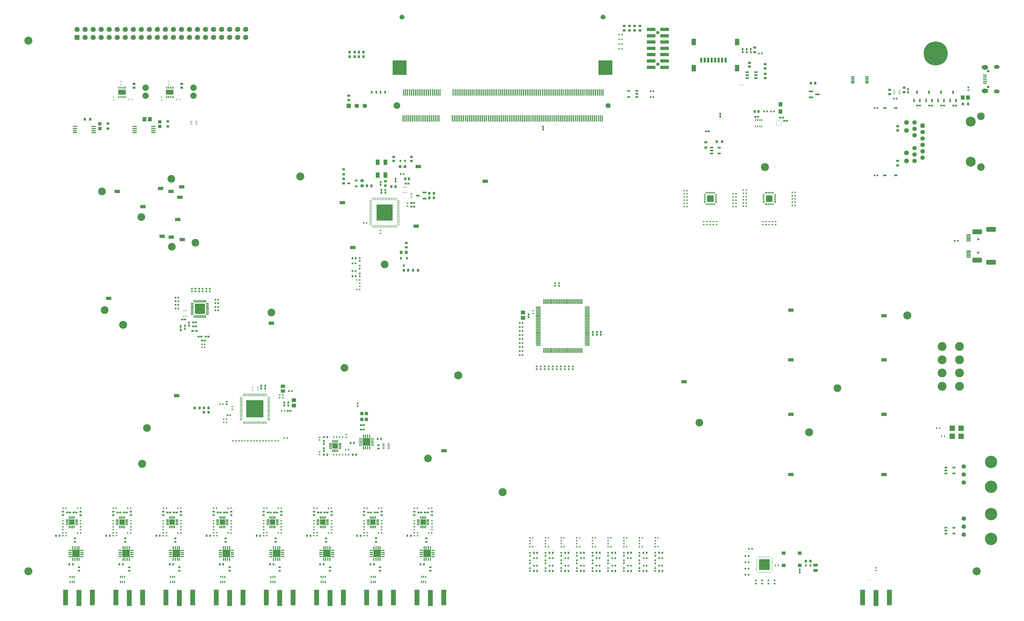
<source format=gbr>
%TF.GenerationSoftware,Altium Limited,Altium Designer,22.6.1 (34)*%
G04 Layer_Color=255*
%FSLAX26Y26*%
%MOIN*%
%TF.SameCoordinates,08F94D22-2ED8-4738-ABBF-34BB79D8E07D*%
%TF.FilePolarity,Positive*%
%TF.FileFunction,Pads,Top*%
%TF.Part,Single*%
G01*
G75*
%TA.AperFunction,SMDPad,CuDef*%
%ADD13R,0.128000X0.128000*%
%ADD14R,0.012000X0.032000*%
%ADD15R,0.032000X0.012000*%
%ADD16R,0.020000X0.022000*%
%ADD17R,0.014000X0.079000*%
%ADD18R,0.070866X0.039370*%
%ADD19R,0.035433X0.027559*%
%ADD20R,0.017716X0.021654*%
%ADD21R,0.025984X0.024409*%
%ADD22R,0.009842X0.010827*%
%ADD23R,0.010827X0.009842*%
%ADD24R,0.045276X0.057087*%
%ADD25R,0.013780X0.019685*%
%ADD26R,0.023228X0.024409*%
%ADD27R,0.029528X0.035433*%
%ADD28R,0.019685X0.019685*%
%ADD29R,0.021654X0.017716*%
%ADD30R,0.022835X0.025984*%
%ADD31R,0.047244X0.039370*%
%ADD32R,0.022000X0.020000*%
%ADD33R,0.132000X0.132000*%
%ADD34R,0.010000X0.016000*%
%ADD35R,0.016000X0.010000*%
%ADD36R,0.024409X0.025984*%
%ADD37R,0.027559X0.035433*%
%ADD38R,0.023622X0.031496*%
%ADD39R,0.054724X0.035827*%
%ADD40R,0.020472X0.020472*%
%ADD41R,0.055118X0.045276*%
%ADD42R,0.018601X0.010727*%
%ADD43R,0.052000X0.023000*%
%ADD44R,0.049213X0.068898*%
%ADD45R,0.037402X0.031496*%
%ADD46O,0.053150X0.011811*%
%ADD47R,0.094488X0.094488*%
%ADD48R,0.020472X0.028346*%
%ADD49R,0.011811X0.027559*%
G04:AMPARAMS|DCode=50|XSize=21.654mil|YSize=31.496mil|CornerRadius=1.949mil|HoleSize=0mil|Usage=FLASHONLY|Rotation=90.000|XOffset=0mil|YOffset=0mil|HoleType=Round|Shape=RoundedRectangle|*
%AMROUNDEDRECTD50*
21,1,0.021654,0.027599,0,0,90.0*
21,1,0.017756,0.031496,0,0,90.0*
1,1,0.003898,0.013799,0.008878*
1,1,0.003898,0.013799,-0.008878*
1,1,0.003898,-0.013799,-0.008878*
1,1,0.003898,-0.013799,0.008878*
%
%ADD50ROUNDEDRECTD50*%
G04:AMPARAMS|DCode=51|XSize=7.874mil|YSize=17.716mil|CornerRadius=1.968mil|HoleSize=0mil|Usage=FLASHONLY|Rotation=0.000|XOffset=0mil|YOffset=0mil|HoleType=Round|Shape=RoundedRectangle|*
%AMROUNDEDRECTD51*
21,1,0.007874,0.013780,0,0,0.0*
21,1,0.003937,0.017716,0,0,0.0*
1,1,0.003937,0.001968,-0.006890*
1,1,0.003937,-0.001968,-0.006890*
1,1,0.003937,-0.001968,0.006890*
1,1,0.003937,0.001968,0.006890*
%
%ADD51ROUNDEDRECTD51*%
%ADD52R,0.023622X0.021654*%
%TA.AperFunction,SMDPad,SMDef*%
%ADD53R,0.065000X0.065000*%
%TA.AperFunction,SMDPad,CuDef*%
%ADD54R,0.039559X0.015354*%
%ADD55R,0.015354X0.039559*%
%TA.AperFunction,ConnectorPad*%
%ADD56R,0.059055X0.204724*%
%ADD57R,0.062992X0.192913*%
%TA.AperFunction,SMDPad,CuDef*%
%ADD58R,0.028346X0.020472*%
%ADD59R,0.082677X0.082677*%
%ADD60R,0.019685X0.013780*%
%ADD61R,0.216535X0.216535*%
%ADD62O,0.035433X0.007874*%
%ADD63O,0.007874X0.035433*%
%ADD64R,0.059055X0.011811*%
%ADD65R,0.011811X0.059055*%
%ADD66R,0.021654X0.023622*%
%ADD67R,0.023622X0.041339*%
%ADD68R,0.035433X0.029528*%
%ADD69R,0.204724X0.204724*%
%ADD70O,0.035433X0.009842*%
%ADD71O,0.009842X0.035433*%
%ADD72R,0.049213X0.023622*%
%ADD73R,0.026000X0.009000*%
%ADD74R,0.092520X0.062205*%
%ADD75R,0.013780X0.027559*%
%ADD76R,0.031496X0.037402*%
%ADD77R,0.010727X0.018601*%
%ADD78R,0.051181X0.017716*%
%ADD79R,0.055118X0.011811*%
%ADD80R,0.043307X0.023622*%
%ADD81R,0.094488X0.094488*%
%TA.AperFunction,SMDPad,SMDef*%
%ADD82R,0.065000X0.065000*%
%TA.AperFunction,SMDPad,CuDef*%
%ADD83R,0.024409X0.023228*%
%ADD84R,0.027559X0.011811*%
%ADD85R,0.043307X0.039370*%
%ADD86R,0.021654X0.037402*%
%ADD87R,0.038500X0.022000*%
%ADD88R,0.010630X0.009842*%
%ADD89R,0.177000X0.181000*%
%ADD90R,0.023622X0.023622*%
%ADD91R,0.023622X0.025591*%
%ADD92R,0.108268X0.039370*%
%ADD93R,0.031496X0.059055*%
%ADD94R,0.057087X0.078740*%
%ADD95R,0.009842X0.019685*%
%ADD96R,0.009842X0.005906*%
%ADD97R,0.039370X0.041339*%
%ADD98R,0.055118X0.017716*%
%ADD99R,0.045276X0.055118*%
%ADD100R,0.043748X0.023654*%
%ADD101R,0.053394X0.041521*%
G04:AMPARAMS|DCode=102|XSize=7.874mil|YSize=17.716mil|CornerRadius=1.968mil|HoleSize=0mil|Usage=FLASHONLY|Rotation=90.000|XOffset=0mil|YOffset=0mil|HoleType=Round|Shape=RoundedRectangle|*
%AMROUNDEDRECTD102*
21,1,0.007874,0.013780,0,0,90.0*
21,1,0.003937,0.017716,0,0,90.0*
1,1,0.003937,0.006890,0.001968*
1,1,0.003937,0.006890,-0.001968*
1,1,0.003937,-0.006890,-0.001968*
1,1,0.003937,-0.006890,0.001968*
%
%ADD102ROUNDEDRECTD102*%
%ADD103R,0.029528X0.037008*%
%ADD104R,0.039370X0.035433*%
%ADD105R,0.035433X0.039370*%
%ADD106R,0.037402X0.023622*%
%ADD107R,0.023622X0.037402*%
%ADD108R,0.033465X0.035433*%
%ADD109R,0.037402X0.021654*%
%ADD110R,0.021654X0.037402*%
%TA.AperFunction,ComponentPad*%
%ADD142R,0.067913X0.067913*%
%ADD143C,0.020000*%
%ADD144C,0.096457*%
%ADD145C,0.078740*%
%ADD146R,0.054685X0.054685*%
%ADD147C,0.054685*%
%ADD148C,0.031496*%
G04:AMPARAMS|DCode=149|XSize=57.087mil|YSize=78.74mil|CornerRadius=28.543mil|HoleSize=0mil|Usage=FLASHONLY|Rotation=90.000|XOffset=0mil|YOffset=0mil|HoleType=Round|Shape=RoundedRectangle|*
%AMROUNDEDRECTD149*
21,1,0.057087,0.021654,0,0,90.0*
21,1,0.000000,0.078740,0,0,90.0*
1,1,0.057087,0.010827,0.000000*
1,1,0.057087,0.010827,0.000000*
1,1,0.057087,-0.010827,0.000000*
1,1,0.057087,-0.010827,0.000000*
%
%ADD149ROUNDEDRECTD149*%
G04:AMPARAMS|DCode=150|XSize=45.276mil|YSize=70.866mil|CornerRadius=22.638mil|HoleSize=0mil|Usage=FLASHONLY|Rotation=90.000|XOffset=0mil|YOffset=0mil|HoleType=Round|Shape=RoundedRectangle|*
%AMROUNDEDRECTD150*
21,1,0.045276,0.025590,0,0,90.0*
21,1,0.000000,0.070866,0,0,90.0*
1,1,0.045276,0.012795,0.000000*
1,1,0.045276,0.012795,0.000000*
1,1,0.045276,-0.012795,0.000000*
1,1,0.045276,-0.012795,0.000000*
%
%ADD150ROUNDEDRECTD150*%
%ADD151C,0.055000*%
%ADD152C,0.154000*%
%ADD153C,0.064961*%
%ADD154R,0.064961X0.064961*%
%ADD155C,0.060000*%
G04:AMPARAMS|DCode=156|XSize=62.992mil|YSize=120.079mil|CornerRadius=15.748mil|HoleSize=0mil|Usage=FLASHONLY|Rotation=90.000|XOffset=0mil|YOffset=0mil|HoleType=Round|Shape=RoundedRectangle|*
%AMROUNDEDRECTD156*
21,1,0.062992,0.088583,0,0,90.0*
21,1,0.031496,0.120079,0,0,90.0*
1,1,0.031496,0.044291,0.015748*
1,1,0.031496,0.044291,-0.015748*
1,1,0.031496,-0.044291,-0.015748*
1,1,0.031496,-0.044291,0.015748*
%
%ADD156ROUNDEDRECTD156*%
%ADD157C,0.028543*%
%ADD158C,0.083000*%
%ADD159C,0.063000*%
%ADD160C,0.100000*%
%ADD161C,0.300000*%
%ADD162C,0.110000*%
%ADD163C,0.042520*%
%ADD164C,0.124016*%
%ADD165C,0.094488*%
%ADD166C,0.059843*%
%ADD167C,0.055118*%
G04:AMPARAMS|DCode=168|XSize=55.118mil|YSize=55.118mil|CornerRadius=13.78mil|HoleSize=0mil|Usage=FLASHONLY|Rotation=270.000|XOffset=0mil|YOffset=0mil|HoleType=Round|Shape=RoundedRectangle|*
%AMROUNDEDRECTD168*
21,1,0.055118,0.027559,0,0,270.0*
21,1,0.027559,0.055118,0,0,270.0*
1,1,0.027559,-0.013780,-0.013780*
1,1,0.027559,-0.013780,0.013780*
1,1,0.027559,0.013780,0.013780*
1,1,0.027559,0.013780,-0.013780*
%
%ADD168ROUNDEDRECTD168*%
D13*
X2480000Y3715000D02*
D03*
D14*
X2548898Y3620500D02*
D03*
X2529213D02*
D03*
X2509528D02*
D03*
X2489843D02*
D03*
X2470157D02*
D03*
X2450472D02*
D03*
X2430787D02*
D03*
X2411102D02*
D03*
Y3809500D02*
D03*
X2430787D02*
D03*
X2450472D02*
D03*
X2470157D02*
D03*
X2489843D02*
D03*
X2509528D02*
D03*
X2529213D02*
D03*
X2548898D02*
D03*
X4664528Y997000D02*
D03*
X4644842D02*
D03*
X4625158D02*
D03*
X4605472D02*
D03*
Y1113000D02*
D03*
X4625158D02*
D03*
X4644842D02*
D03*
X4664528D02*
D03*
X5289528Y997000D02*
D03*
X5269842D02*
D03*
X5250158D02*
D03*
X5230472D02*
D03*
Y1113000D02*
D03*
X5250158D02*
D03*
X5269842D02*
D03*
X5289528D02*
D03*
X3414528Y997000D02*
D03*
X3394843D02*
D03*
X3375157D02*
D03*
X3355472D02*
D03*
Y1113000D02*
D03*
X3375157D02*
D03*
X3394843D02*
D03*
X3414528D02*
D03*
X914528Y997000D02*
D03*
X894842D02*
D03*
X875158D02*
D03*
X855472D02*
D03*
Y1113000D02*
D03*
X875158D02*
D03*
X894842D02*
D03*
X914528D02*
D03*
X4194528Y1947000D02*
D03*
X4174842D02*
D03*
X4155158D02*
D03*
X4135472D02*
D03*
Y2063000D02*
D03*
X4155158D02*
D03*
X4174842D02*
D03*
X4194528D02*
D03*
X4039528Y1113000D02*
D03*
X4019843D02*
D03*
X4000157D02*
D03*
X3980472D02*
D03*
Y997000D02*
D03*
X4000157D02*
D03*
X4019843D02*
D03*
X4039528D02*
D03*
X2789528Y1113000D02*
D03*
X2769843D02*
D03*
X2750157D02*
D03*
X2730472D02*
D03*
Y997000D02*
D03*
X2750157D02*
D03*
X2769843D02*
D03*
X2789528D02*
D03*
X2164528Y1113000D02*
D03*
X2144843D02*
D03*
X2125157D02*
D03*
X2105472D02*
D03*
Y997000D02*
D03*
X2125157D02*
D03*
X2144843D02*
D03*
X2164528D02*
D03*
X1539528Y1113000D02*
D03*
X1519842D02*
D03*
X1500158D02*
D03*
X1480472D02*
D03*
Y997000D02*
D03*
X1500158D02*
D03*
X1519842D02*
D03*
X1539528D02*
D03*
D15*
X2385500Y3646102D02*
D03*
Y3665787D02*
D03*
Y3685472D02*
D03*
Y3705157D02*
D03*
Y3724843D02*
D03*
Y3744528D02*
D03*
Y3764213D02*
D03*
Y3783898D02*
D03*
X2574500D02*
D03*
Y3764213D02*
D03*
Y3744528D02*
D03*
Y3724843D02*
D03*
Y3705157D02*
D03*
Y3685472D02*
D03*
Y3665787D02*
D03*
Y3646102D02*
D03*
X4577000Y1025472D02*
D03*
Y1045158D02*
D03*
Y1064842D02*
D03*
Y1084528D02*
D03*
X4693000D02*
D03*
Y1064842D02*
D03*
Y1045158D02*
D03*
Y1025472D02*
D03*
X5202000D02*
D03*
Y1045158D02*
D03*
Y1064842D02*
D03*
Y1084528D02*
D03*
X5318000D02*
D03*
Y1064842D02*
D03*
Y1045158D02*
D03*
Y1025472D02*
D03*
X3327000D02*
D03*
Y1045158D02*
D03*
Y1064842D02*
D03*
Y1084528D02*
D03*
X3443000D02*
D03*
Y1064842D02*
D03*
Y1045158D02*
D03*
Y1025472D02*
D03*
X827000D02*
D03*
Y1045158D02*
D03*
Y1064842D02*
D03*
Y1084528D02*
D03*
X943000D02*
D03*
Y1064842D02*
D03*
Y1045158D02*
D03*
Y1025472D02*
D03*
X4223000Y2034528D02*
D03*
Y2014842D02*
D03*
Y1995158D02*
D03*
Y1975472D02*
D03*
X4107000D02*
D03*
Y1995158D02*
D03*
Y2014842D02*
D03*
Y2034528D02*
D03*
X4068000Y1025472D02*
D03*
Y1045158D02*
D03*
Y1064842D02*
D03*
Y1084528D02*
D03*
X3952000D02*
D03*
Y1064842D02*
D03*
Y1045158D02*
D03*
Y1025472D02*
D03*
X2818000D02*
D03*
Y1045158D02*
D03*
Y1064842D02*
D03*
Y1084528D02*
D03*
X2702000D02*
D03*
Y1064842D02*
D03*
Y1045158D02*
D03*
Y1025472D02*
D03*
X2193000D02*
D03*
Y1045158D02*
D03*
Y1064842D02*
D03*
Y1084528D02*
D03*
X2077000D02*
D03*
Y1064842D02*
D03*
Y1045158D02*
D03*
Y1025472D02*
D03*
X1568000D02*
D03*
Y1045158D02*
D03*
Y1064842D02*
D03*
Y1084528D02*
D03*
X1452000D02*
D03*
Y1064842D02*
D03*
Y1045158D02*
D03*
Y1025472D02*
D03*
D16*
X9317402Y724016D02*
D03*
X9357402D02*
D03*
X9314961Y398858D02*
D03*
X9274961D02*
D03*
Y555814D02*
D03*
X9314961D02*
D03*
Y634291D02*
D03*
X9274961D02*
D03*
Y477336D02*
D03*
X9314961D02*
D03*
D17*
X6190853Y6088500D02*
D03*
X5009843D02*
D03*
X5021654Y6411500D02*
D03*
X5033463Y6088500D02*
D03*
X5045274Y6411500D02*
D03*
X5057083Y6088500D02*
D03*
X5068894Y6411500D02*
D03*
X5080703Y6088500D02*
D03*
X5092514Y6411500D02*
D03*
X5104323Y6088500D02*
D03*
X5116134Y6411500D02*
D03*
X5127943Y6088500D02*
D03*
X5139754Y6411500D02*
D03*
X5151563Y6088500D02*
D03*
X5163374Y6411500D02*
D03*
X5175183Y6088500D02*
D03*
X5186994Y6411500D02*
D03*
X5198803Y6088500D02*
D03*
X5210614Y6411500D02*
D03*
X5222423Y6088500D02*
D03*
X5234234Y6411500D02*
D03*
X5246043Y6088500D02*
D03*
X5257854Y6411500D02*
D03*
X5269663Y6088500D02*
D03*
X5281474Y6411500D02*
D03*
X5293283Y6088500D02*
D03*
X5305094Y6411500D02*
D03*
X5316903Y6088500D02*
D03*
X5328714Y6411500D02*
D03*
X5340523Y6088500D02*
D03*
X5352334Y6411500D02*
D03*
X5364143Y6088500D02*
D03*
X5375954Y6411500D02*
D03*
X5387763Y6088500D02*
D03*
X5399574Y6411500D02*
D03*
X5411383Y6088500D02*
D03*
X5423194Y6411500D02*
D03*
X5435003Y6088500D02*
D03*
X5446814Y6411500D02*
D03*
X5458623Y6088500D02*
D03*
X5470434Y6411500D02*
D03*
X5623973Y6088500D02*
D03*
X5635784Y6411500D02*
D03*
X5647593Y6088500D02*
D03*
X5659404Y6411500D02*
D03*
X5671213Y6088500D02*
D03*
X5683024Y6411500D02*
D03*
X5694833Y6088500D02*
D03*
X5706644Y6411500D02*
D03*
X5718453Y6088500D02*
D03*
X5730264Y6411500D02*
D03*
X5742073Y6088500D02*
D03*
X5753884Y6411500D02*
D03*
X5765693Y6088500D02*
D03*
X5777504Y6411500D02*
D03*
X5789313Y6088500D02*
D03*
X5801124Y6411500D02*
D03*
X5812933Y6088500D02*
D03*
X5824744Y6411500D02*
D03*
X5836553Y6088500D02*
D03*
X5848364Y6411500D02*
D03*
X5860173Y6088500D02*
D03*
X5871984Y6411500D02*
D03*
X5883793Y6088500D02*
D03*
X5895604Y6411500D02*
D03*
X5907413Y6088500D02*
D03*
X5919224Y6411500D02*
D03*
X5931033Y6088500D02*
D03*
X5942844Y6411500D02*
D03*
X5954653Y6088500D02*
D03*
X5966464Y6411500D02*
D03*
X5978273Y6088500D02*
D03*
X5990084Y6411500D02*
D03*
X6001893Y6088500D02*
D03*
X6013704Y6411500D02*
D03*
X6025513Y6088500D02*
D03*
X6037324Y6411500D02*
D03*
X6049133Y6088500D02*
D03*
X6060944Y6411500D02*
D03*
X6072753Y6088500D02*
D03*
X6084564Y6411500D02*
D03*
X6096373Y6088500D02*
D03*
X6108184Y6411500D02*
D03*
X6119993Y6088500D02*
D03*
X6131804Y6411500D02*
D03*
X6143613Y6088500D02*
D03*
X6155424Y6411500D02*
D03*
X6167233Y6088500D02*
D03*
X6179044Y6411500D02*
D03*
X6202664D02*
D03*
X6214473Y6088500D02*
D03*
X6226284Y6411500D02*
D03*
X6238093Y6088500D02*
D03*
X6249904Y6411500D02*
D03*
X6261713Y6088500D02*
D03*
X6273524Y6411500D02*
D03*
X6285333Y6088500D02*
D03*
X6297144Y6411500D02*
D03*
X6308953Y6088500D02*
D03*
X6320764Y6411500D02*
D03*
X6332573Y6088500D02*
D03*
X6344384Y6411500D02*
D03*
X6356193Y6088500D02*
D03*
X6368004Y6411500D02*
D03*
X6379813Y6088500D02*
D03*
X6391624Y6411500D02*
D03*
X6403433Y6088500D02*
D03*
X6415244Y6411500D02*
D03*
X6427053Y6088500D02*
D03*
X6438864Y6411500D02*
D03*
X6450673Y6088500D02*
D03*
X6462484Y6411500D02*
D03*
X6474293Y6088500D02*
D03*
X6486104Y6411500D02*
D03*
X6497913Y6088500D02*
D03*
X6509724Y6411500D02*
D03*
X6521533Y6088500D02*
D03*
X6533344Y6411500D02*
D03*
X6545153Y6088500D02*
D03*
X6556964Y6411500D02*
D03*
X6568773Y6088500D02*
D03*
X6580584Y6411500D02*
D03*
X6592393Y6088500D02*
D03*
X6604204Y6411500D02*
D03*
X6616013Y6088500D02*
D03*
X6627824Y6411500D02*
D03*
X6639633Y6088500D02*
D03*
X6651444Y6411500D02*
D03*
X6663253Y6088500D02*
D03*
X6675064Y6411500D02*
D03*
X6686873Y6088500D02*
D03*
X6698684Y6411500D02*
D03*
X6710493Y6088500D02*
D03*
X6722304Y6411500D02*
D03*
X6734113Y6088500D02*
D03*
X6745924Y6411500D02*
D03*
X6757733Y6088500D02*
D03*
X6769544Y6411500D02*
D03*
X6781353Y6088500D02*
D03*
X6793164Y6411500D02*
D03*
X6804973Y6088500D02*
D03*
X6816784Y6411500D02*
D03*
X6828593Y6088500D02*
D03*
X6840404Y6411500D02*
D03*
X6852213Y6088500D02*
D03*
X6864024Y6411500D02*
D03*
X6875833Y6088500D02*
D03*
X6887644Y6411500D02*
D03*
X6899453Y6088500D02*
D03*
X6911264Y6411500D02*
D03*
X6923073Y6088500D02*
D03*
X6934884Y6411500D02*
D03*
X6946693Y6088500D02*
D03*
X6958504Y6411500D02*
D03*
X6970313Y6088500D02*
D03*
X6982124Y6411500D02*
D03*
X6993933Y6088500D02*
D03*
X7005744Y6411500D02*
D03*
X7017553Y6088500D02*
D03*
X7029364Y6411500D02*
D03*
X7041173Y6088500D02*
D03*
X7052984Y6411500D02*
D03*
X7064793Y6088500D02*
D03*
X7076604Y6411500D02*
D03*
X7088413Y6088500D02*
D03*
X7100224Y6411500D02*
D03*
X7112033Y6088500D02*
D03*
X7123844Y6411500D02*
D03*
X7135653Y6088500D02*
D03*
X7147464Y6411500D02*
D03*
X7159273Y6088500D02*
D03*
X7171084Y6411500D02*
D03*
X7182893Y6088500D02*
D03*
X7194704Y6411500D02*
D03*
X7206513Y6088500D02*
D03*
X7218324Y6411500D02*
D03*
X7230133Y6088500D02*
D03*
X7241944Y6411500D02*
D03*
X7253753Y6088500D02*
D03*
X7265564Y6411500D02*
D03*
X7277373Y6088500D02*
D03*
X7289184Y6411500D02*
D03*
X7300993Y6088500D02*
D03*
X7312804Y6411500D02*
D03*
X7324613Y6088500D02*
D03*
X7336424Y6411500D02*
D03*
X7348233Y6088500D02*
D03*
X7360044Y6411500D02*
D03*
X7371853Y6088500D02*
D03*
X7383664Y6411500D02*
D03*
X7395473Y6088500D02*
D03*
X7407284Y6411500D02*
D03*
X7419093Y6088500D02*
D03*
X7430904Y6411500D02*
D03*
X7442713Y6088500D02*
D03*
X7454524Y6411500D02*
D03*
X7466333Y6088500D02*
D03*
X7478144Y6411500D02*
D03*
X7489953Y6088500D02*
D03*
X7501764Y6411500D02*
D03*
D18*
X5522047Y1947480D02*
D03*
X1991811Y5215000D02*
D03*
X11000000Y1650000D02*
D03*
X2230000Y5105000D02*
D03*
X2260000Y4580000D02*
D03*
X2255000Y5235000D02*
D03*
X1450000Y5180000D02*
D03*
X1770000Y4990000D02*
D03*
X2120000Y5180000D02*
D03*
X2205000Y4830945D02*
D03*
X2125000Y4610000D02*
D03*
X2010000Y4620000D02*
D03*
X5200000Y5490000D02*
D03*
X8510000Y2805000D02*
D03*
X6033858Y5306870D02*
D03*
X9840000Y3700000D02*
D03*
Y3080709D02*
D03*
X11000000D02*
D03*
X2189724Y2633858D02*
D03*
X4385000Y4480000D02*
D03*
X5175000Y4745000D02*
D03*
X4255000Y5040000D02*
D03*
X11000000Y3630000D02*
D03*
X3370000Y3535000D02*
D03*
X1345000Y3845000D02*
D03*
X9840000Y2400000D02*
D03*
X11000000D02*
D03*
X9840000Y1650000D02*
D03*
D19*
X4335000Y6319173D02*
D03*
Y6374291D02*
D03*
X11170000Y5559559D02*
D03*
Y5504441D02*
D03*
X9520000Y6592441D02*
D03*
Y6647559D02*
D03*
Y6712441D02*
D03*
Y6767559D02*
D03*
X7830000Y7187441D02*
D03*
Y7242559D02*
D03*
X7960000Y7187441D02*
D03*
Y7242559D02*
D03*
X7765000Y7187441D02*
D03*
Y7242559D02*
D03*
X7895000Y7187441D02*
D03*
Y7242559D02*
D03*
X9390000Y6917441D02*
D03*
Y6972559D02*
D03*
X11170000Y5994559D02*
D03*
Y5939441D02*
D03*
X11070000Y6392441D02*
D03*
Y6447559D02*
D03*
X11250000Y6472559D02*
D03*
Y6417441D02*
D03*
X5051496Y4482441D02*
D03*
Y4537559D02*
D03*
X4270000Y5280000D02*
D03*
Y5335118D02*
D03*
D20*
X9247283Y5195000D02*
D03*
X9282717D02*
D03*
X9247283Y4995000D02*
D03*
X9282717D02*
D03*
X8185432Y860473D02*
D03*
X8149999D02*
D03*
X8185432Y750473D02*
D03*
X8149999D02*
D03*
X7210433Y860473D02*
D03*
X7175000D02*
D03*
X7210433Y750473D02*
D03*
X7175000D02*
D03*
X7600433D02*
D03*
X7565000D02*
D03*
X7600433Y860473D02*
D03*
X7565000D02*
D03*
X7405433Y750473D02*
D03*
X7370000D02*
D03*
X7405433Y860473D02*
D03*
X7370000D02*
D03*
X6625433D02*
D03*
X6590000D02*
D03*
X6625433Y750473D02*
D03*
X6590000D02*
D03*
X6820433Y860473D02*
D03*
X6785000D02*
D03*
X6820433Y750473D02*
D03*
X6785000D02*
D03*
X7015433Y860473D02*
D03*
X6980000D02*
D03*
X7015433Y750473D02*
D03*
X6980000D02*
D03*
X7990433Y860473D02*
D03*
X7955000D02*
D03*
X7990433Y750473D02*
D03*
X7955000D02*
D03*
X7795432Y860473D02*
D03*
X7759999D02*
D03*
X7795432Y750473D02*
D03*
X7759999D02*
D03*
X9684291Y516575D02*
D03*
X9648858D02*
D03*
X3533465Y2442913D02*
D03*
X3498032D02*
D03*
X7702283Y7015000D02*
D03*
X7737717D02*
D03*
X11752717Y2125000D02*
D03*
X11717283D02*
D03*
X11657283Y2225000D02*
D03*
X11692717D02*
D03*
X957284Y920000D02*
D03*
X992717D02*
D03*
X4707283Y1230000D02*
D03*
X4742717D02*
D03*
X4742717Y920000D02*
D03*
X4707283D02*
D03*
X4562717Y1230000D02*
D03*
X4527283D02*
D03*
X5367717Y920000D02*
D03*
X5332283D02*
D03*
X5187717Y1230000D02*
D03*
X5152283D02*
D03*
X5332283D02*
D03*
X5367717D02*
D03*
X9857283Y5125000D02*
D03*
X9892717D02*
D03*
X9857283Y5165000D02*
D03*
X9892717D02*
D03*
X9857283Y5005000D02*
D03*
X9892717D02*
D03*
X9857283Y5045000D02*
D03*
X9892717D02*
D03*
X9857283Y5085000D02*
D03*
X9892717D02*
D03*
X9282717Y5035000D02*
D03*
X9247283D02*
D03*
X9282717Y5075000D02*
D03*
X9247283D02*
D03*
X9282717Y5115000D02*
D03*
X9247283D02*
D03*
X9282717Y5155000D02*
D03*
X9247283D02*
D03*
X9122283Y4990000D02*
D03*
X9157717D02*
D03*
X9122283Y5030000D02*
D03*
X9157717D02*
D03*
X9122283Y5070000D02*
D03*
X9157717D02*
D03*
X9122283Y5110000D02*
D03*
X9157717D02*
D03*
X9122283Y5150000D02*
D03*
X9157717D02*
D03*
X8547717Y4990000D02*
D03*
X8512283D02*
D03*
X8547717Y5030000D02*
D03*
X8512283D02*
D03*
X8547717Y5070000D02*
D03*
X8512283D02*
D03*
X8547717Y5110000D02*
D03*
X8512283D02*
D03*
X8547717Y5150000D02*
D03*
X8512283D02*
D03*
X8547717Y5190000D02*
D03*
X8512283D02*
D03*
X1582283Y1230000D02*
D03*
X1617716D02*
D03*
X812717D02*
D03*
X777284D02*
D03*
X957283D02*
D03*
X992716D02*
D03*
X3567224Y2105000D02*
D03*
X3531791D02*
D03*
X4469717Y3955000D02*
D03*
X4434283D02*
D03*
X4469717Y4075000D02*
D03*
X4434283D02*
D03*
X4147283Y1895000D02*
D03*
X4182717D02*
D03*
X4147283Y2115000D02*
D03*
X4182717D02*
D03*
X4222283D02*
D03*
X4257717D02*
D03*
X4222283Y1895000D02*
D03*
X4257717D02*
D03*
X4332717D02*
D03*
X4297283D02*
D03*
X4332717Y1960000D02*
D03*
X4297283D02*
D03*
X3902284Y1230000D02*
D03*
X3937717D02*
D03*
X4117717D02*
D03*
X4082283D02*
D03*
X4082284Y920000D02*
D03*
X4117717D02*
D03*
X3277284Y1230000D02*
D03*
X3312717D02*
D03*
X3492716D02*
D03*
X3457283D02*
D03*
X3457284Y920000D02*
D03*
X3492717D02*
D03*
X2652284Y1230000D02*
D03*
X2687717D02*
D03*
X2867716D02*
D03*
X2832283D02*
D03*
X2832284Y920000D02*
D03*
X2867717D02*
D03*
X2027284Y1230000D02*
D03*
X2062717D02*
D03*
X2242716D02*
D03*
X2207283D02*
D03*
X2207284Y920000D02*
D03*
X2242717D02*
D03*
X1402284Y1230000D02*
D03*
X1437717D02*
D03*
X1582284Y920000D02*
D03*
X1617717D02*
D03*
X7702283Y7135000D02*
D03*
X7737717D02*
D03*
X7702283Y6955000D02*
D03*
X7737717D02*
D03*
X7702283Y7075000D02*
D03*
X7737717D02*
D03*
X2732284Y2525000D02*
D03*
X2767717D02*
D03*
X2777284Y2340000D02*
D03*
X2812717D02*
D03*
X2777284Y2300000D02*
D03*
X2812717D02*
D03*
X3417284Y2070000D02*
D03*
X3452717D02*
D03*
X3342284D02*
D03*
X3377717D02*
D03*
X3267284D02*
D03*
X3302717D02*
D03*
X3192284D02*
D03*
X3227717D02*
D03*
X3117284D02*
D03*
X3152717D02*
D03*
X3042284D02*
D03*
X3077717D02*
D03*
X2967284D02*
D03*
X3002717D02*
D03*
X2892284D02*
D03*
X2927717D02*
D03*
X4522283Y4787047D02*
D03*
X4557717D02*
D03*
D21*
X9757480Y6060236D02*
D03*
X9792126D02*
D03*
X9707480Y6100709D02*
D03*
X9742126D02*
D03*
X9397480Y6110709D02*
D03*
X9432126D02*
D03*
X3573425Y2442913D02*
D03*
X3608071D02*
D03*
X2260236Y3584646D02*
D03*
X2294882D02*
D03*
X4657677Y1175000D02*
D03*
X4692323D02*
D03*
X4612323D02*
D03*
X4577677D02*
D03*
X5237323D02*
D03*
X5202677D02*
D03*
X5282677D02*
D03*
X5317323D02*
D03*
X862323D02*
D03*
X827677D02*
D03*
X907677D02*
D03*
X942323D02*
D03*
X11747323Y6250000D02*
D03*
X11712677D02*
D03*
X11897323D02*
D03*
X11862677D02*
D03*
X11597323D02*
D03*
X11562677D02*
D03*
X11447323D02*
D03*
X11412677D02*
D03*
X4487677Y2265000D02*
D03*
X4522323D02*
D03*
X4487677Y2210000D02*
D03*
X4522323D02*
D03*
X3952677Y1175000D02*
D03*
X3987323D02*
D03*
X4067323D02*
D03*
X4032677D02*
D03*
X3327677D02*
D03*
X3362323D02*
D03*
X3442323D02*
D03*
X3407677D02*
D03*
X2702677D02*
D03*
X2737323D02*
D03*
X2817323D02*
D03*
X2782677D02*
D03*
X2077677D02*
D03*
X2112323D02*
D03*
X2192323D02*
D03*
X2157677D02*
D03*
X1452677D02*
D03*
X1487323D02*
D03*
X1567323D02*
D03*
X1532677D02*
D03*
X8817323Y5930000D02*
D03*
X8782677D02*
D03*
X5077323Y5275000D02*
D03*
X5042677D02*
D03*
X5147323Y5035468D02*
D03*
X5112677D02*
D03*
X5147323Y4991378D02*
D03*
X5112677D02*
D03*
X2497323Y3370000D02*
D03*
X2462677D02*
D03*
X2552677D02*
D03*
X2587323D02*
D03*
X2507677Y3320000D02*
D03*
X2542323D02*
D03*
X2397677Y3545000D02*
D03*
X2432323D02*
D03*
X2397677Y3495000D02*
D03*
X2432323D02*
D03*
D22*
X9699650Y6000689D02*
D03*
X9679965D02*
D03*
Y6060728D02*
D03*
X9699650D02*
D03*
D23*
X9659783Y6001181D02*
D03*
Y6020866D02*
D03*
Y6040551D02*
D03*
Y6060236D02*
D03*
X9719823D02*
D03*
Y6040551D02*
D03*
Y6020866D02*
D03*
Y6001181D02*
D03*
D24*
X9709803Y6175433D02*
D03*
Y6265984D02*
D03*
D25*
X9478189Y6070709D02*
D03*
X9452598D02*
D03*
X9427008D02*
D03*
X9401417D02*
D03*
Y5990709D02*
D03*
X9427008D02*
D03*
X9452598D02*
D03*
X9478189D02*
D03*
X9522602Y5161819D02*
D03*
X9542288D02*
D03*
X9561972D02*
D03*
X9581658D02*
D03*
X9601343D02*
D03*
X9621028D02*
D03*
Y5020087D02*
D03*
X9601343D02*
D03*
X9581658D02*
D03*
X9561972D02*
D03*
X9542288D02*
D03*
X9522602D02*
D03*
X8787602Y5161819D02*
D03*
X8807288D02*
D03*
X8826972D02*
D03*
X8846658D02*
D03*
X8866343D02*
D03*
X8886028D02*
D03*
Y5020087D02*
D03*
X8866343D02*
D03*
X8846658D02*
D03*
X8826972D02*
D03*
X8807288D02*
D03*
X8787602D02*
D03*
D26*
X9629803Y6175709D02*
D03*
X9593976D02*
D03*
X9506890D02*
D03*
X9542717D02*
D03*
X8202086Y607973D02*
D03*
X8237913D02*
D03*
X8202086Y512973D02*
D03*
X8237913D02*
D03*
X7227087D02*
D03*
X7262913D02*
D03*
X7227087Y607973D02*
D03*
X7262913D02*
D03*
X7422087Y512973D02*
D03*
X7457913D02*
D03*
X7422087Y607973D02*
D03*
X7457913D02*
D03*
X7812086D02*
D03*
X7847913D02*
D03*
X7812086Y512973D02*
D03*
X7847913D02*
D03*
X7617087Y607973D02*
D03*
X7652913D02*
D03*
X7617087Y512973D02*
D03*
X7652913D02*
D03*
X6642087D02*
D03*
X6677913D02*
D03*
X6642087Y607973D02*
D03*
X6677913D02*
D03*
X6837087D02*
D03*
X6872913D02*
D03*
X6837087Y512973D02*
D03*
X6872913D02*
D03*
X7032087D02*
D03*
X7067913D02*
D03*
X7032087Y607973D02*
D03*
X7067913D02*
D03*
X8007087Y512973D02*
D03*
X8042913D02*
D03*
X8007087Y607973D02*
D03*
X8042913D02*
D03*
X4382087Y4282500D02*
D03*
X4417913D02*
D03*
Y4187500D02*
D03*
X4382087D02*
D03*
X9442087Y6900000D02*
D03*
X9477913D02*
D03*
X5017913Y5395000D02*
D03*
X4982087D02*
D03*
X3622913Y2691417D02*
D03*
X3587087D02*
D03*
D27*
X9438425Y6175709D02*
D03*
X9391181D02*
D03*
X5083622Y5335000D02*
D03*
X5036378D02*
D03*
D28*
X8149999Y637756D02*
D03*
Y673189D02*
D03*
Y542756D02*
D03*
Y578189D02*
D03*
Y447756D02*
D03*
Y483189D02*
D03*
X6980000Y447756D02*
D03*
Y483189D02*
D03*
Y542756D02*
D03*
Y578189D02*
D03*
X7175000Y447756D02*
D03*
Y483189D02*
D03*
Y542756D02*
D03*
Y578189D02*
D03*
Y637756D02*
D03*
Y673189D02*
D03*
X6980000Y637756D02*
D03*
Y673189D02*
D03*
X7565000Y447756D02*
D03*
Y483189D02*
D03*
X7370000Y447756D02*
D03*
Y483189D02*
D03*
Y542756D02*
D03*
Y578189D02*
D03*
X7565000Y542756D02*
D03*
Y578189D02*
D03*
Y637756D02*
D03*
Y673189D02*
D03*
X7370000Y637756D02*
D03*
Y673189D02*
D03*
X6590000Y447756D02*
D03*
Y483189D02*
D03*
Y637756D02*
D03*
Y673189D02*
D03*
Y542756D02*
D03*
Y578189D02*
D03*
X6785000Y447756D02*
D03*
Y483189D02*
D03*
Y542756D02*
D03*
Y578189D02*
D03*
Y637756D02*
D03*
Y673189D02*
D03*
X7759999Y447756D02*
D03*
Y483189D02*
D03*
Y542756D02*
D03*
Y578189D02*
D03*
Y637756D02*
D03*
Y673189D02*
D03*
X7955000Y637756D02*
D03*
Y673189D02*
D03*
Y542756D02*
D03*
Y578189D02*
D03*
Y447756D02*
D03*
Y483189D02*
D03*
X4470000Y4312283D02*
D03*
Y4347717D02*
D03*
Y4157717D02*
D03*
Y4122283D02*
D03*
Y4252717D02*
D03*
Y4217283D02*
D03*
D29*
X8149999Y787756D02*
D03*
Y823189D02*
D03*
X7175000Y787756D02*
D03*
Y823189D02*
D03*
X7565000Y787756D02*
D03*
Y823189D02*
D03*
X7370000Y787756D02*
D03*
Y823189D02*
D03*
X6590000Y787756D02*
D03*
Y823189D02*
D03*
X6785000Y787756D02*
D03*
Y823189D02*
D03*
X6980000Y787756D02*
D03*
Y823189D02*
D03*
X7955000Y787756D02*
D03*
Y823189D02*
D03*
X7759999Y787756D02*
D03*
Y823189D02*
D03*
X4745000Y1072717D02*
D03*
Y1037284D02*
D03*
X4525000Y887283D02*
D03*
Y922716D02*
D03*
Y997717D02*
D03*
Y962284D02*
D03*
X4565000Y887283D02*
D03*
Y922716D02*
D03*
X4745000Y997717D02*
D03*
Y962284D02*
D03*
X4525000Y1072717D02*
D03*
Y1037284D02*
D03*
X5370000Y997717D02*
D03*
Y962284D02*
D03*
Y1072717D02*
D03*
Y1037284D02*
D03*
X5150000Y997717D02*
D03*
Y962284D02*
D03*
Y1072717D02*
D03*
Y1037284D02*
D03*
X5190000Y887283D02*
D03*
Y922716D02*
D03*
X5150000Y887283D02*
D03*
Y922716D02*
D03*
X9650000Y4802717D02*
D03*
Y4767283D02*
D03*
X9610000Y4802717D02*
D03*
Y4767283D02*
D03*
X9570000Y4802717D02*
D03*
Y4767283D02*
D03*
X9530000Y4802717D02*
D03*
Y4767283D02*
D03*
X9490000Y4802717D02*
D03*
Y4767283D02*
D03*
X8915000Y4802717D02*
D03*
Y4767283D02*
D03*
X8875000Y4802717D02*
D03*
Y4767283D02*
D03*
X8835000Y4802717D02*
D03*
Y4767283D02*
D03*
X8795000Y4802717D02*
D03*
Y4767283D02*
D03*
X8755000Y4802717D02*
D03*
Y4767283D02*
D03*
X815000Y887283D02*
D03*
Y922716D02*
D03*
X775000Y997717D02*
D03*
Y962284D02*
D03*
Y887283D02*
D03*
Y922716D02*
D03*
X995000Y1072717D02*
D03*
Y1037284D02*
D03*
Y997717D02*
D03*
Y962284D02*
D03*
X775000Y1072717D02*
D03*
Y1037284D02*
D03*
X2507677Y3272717D02*
D03*
Y3237284D02*
D03*
X3475000Y2642717D02*
D03*
Y2607284D02*
D03*
X6630000Y3692717D02*
D03*
Y3657284D02*
D03*
X4470000Y3997283D02*
D03*
Y4032716D02*
D03*
X4305000Y2115283D02*
D03*
Y2150716D02*
D03*
X3970000Y2079283D02*
D03*
Y2114716D02*
D03*
Y1930717D02*
D03*
Y1895284D02*
D03*
X10900000Y452283D02*
D03*
Y487716D02*
D03*
X3940000Y922716D02*
D03*
Y887283D02*
D03*
X3900000Y922716D02*
D03*
Y887283D02*
D03*
Y962284D02*
D03*
Y997717D02*
D03*
X4120000Y962284D02*
D03*
Y997717D02*
D03*
Y1037284D02*
D03*
Y1072717D02*
D03*
X3900000Y1037284D02*
D03*
Y1072717D02*
D03*
X3315000Y922716D02*
D03*
Y887283D02*
D03*
X3275000Y922716D02*
D03*
Y887283D02*
D03*
Y962284D02*
D03*
Y997717D02*
D03*
X3495000Y962284D02*
D03*
Y997717D02*
D03*
Y1037284D02*
D03*
Y1072717D02*
D03*
X3275000Y1037284D02*
D03*
Y1072717D02*
D03*
X2690000Y922716D02*
D03*
Y887283D02*
D03*
X2650000Y922716D02*
D03*
Y887283D02*
D03*
Y962284D02*
D03*
Y997717D02*
D03*
X2870000Y962284D02*
D03*
Y997717D02*
D03*
Y1037284D02*
D03*
Y1072717D02*
D03*
X2650000Y1037284D02*
D03*
Y1072717D02*
D03*
X2065000Y922716D02*
D03*
Y887283D02*
D03*
X2025000Y922716D02*
D03*
Y887283D02*
D03*
Y962284D02*
D03*
Y997717D02*
D03*
X2245000Y962284D02*
D03*
Y997717D02*
D03*
Y1037284D02*
D03*
Y1072717D02*
D03*
X2025000Y1037284D02*
D03*
Y1072717D02*
D03*
X1440000Y922716D02*
D03*
Y887283D02*
D03*
X1400000Y922716D02*
D03*
Y887283D02*
D03*
Y962284D02*
D03*
Y997717D02*
D03*
X1620000Y962284D02*
D03*
Y997717D02*
D03*
Y1037284D02*
D03*
Y1072717D02*
D03*
X1400000Y1037284D02*
D03*
Y1072717D02*
D03*
X2885000Y2497716D02*
D03*
Y2462283D02*
D03*
X3515000Y2607284D02*
D03*
Y2642717D02*
D03*
X5115000Y5145197D02*
D03*
Y5109764D02*
D03*
X4730787Y4657283D02*
D03*
Y4692717D02*
D03*
X5065000Y4995709D02*
D03*
Y5031142D02*
D03*
X2542323Y3237284D02*
D03*
Y3272717D02*
D03*
D30*
X8240078Y673189D02*
D03*
X8199921D02*
D03*
X8240078Y447756D02*
D03*
X8199921D02*
D03*
X7265079Y673189D02*
D03*
X7224921D02*
D03*
X7265079Y447756D02*
D03*
X7224921D02*
D03*
X7460079D02*
D03*
X7419921D02*
D03*
X7460079Y673189D02*
D03*
X7419921D02*
D03*
X7850078D02*
D03*
X7809921D02*
D03*
X7655079D02*
D03*
X7614921D02*
D03*
X7850078Y447756D02*
D03*
X7809921D02*
D03*
X7655079D02*
D03*
X7614921D02*
D03*
X6680079Y673189D02*
D03*
X6639921D02*
D03*
X6680079Y447756D02*
D03*
X6639921D02*
D03*
X6875079D02*
D03*
X6834921D02*
D03*
X7070079D02*
D03*
X7029921D02*
D03*
X6875079Y673189D02*
D03*
X6834921D02*
D03*
X7070079D02*
D03*
X7029921D02*
D03*
X8045079Y447756D02*
D03*
X8004921D02*
D03*
X8045079Y673189D02*
D03*
X8004921D02*
D03*
X4379921Y4122284D02*
D03*
X4420079D02*
D03*
X4379921Y4347716D02*
D03*
X4420079D02*
D03*
D31*
X9951575Y516417D02*
D03*
Y669961D02*
D03*
X9751575D02*
D03*
Y516417D02*
D03*
D32*
X9560630Y329803D02*
D03*
Y289803D02*
D03*
X9482165Y329803D02*
D03*
Y289803D02*
D03*
X9639094Y329803D02*
D03*
Y289803D02*
D03*
X9403701Y329803D02*
D03*
Y289803D02*
D03*
D33*
X9511575Y526417D02*
D03*
D34*
X9560800Y429961D02*
D03*
X9521420D02*
D03*
X9482040D02*
D03*
X9442660D02*
D03*
Y622874D02*
D03*
X9482040D02*
D03*
X9501730D02*
D03*
X9521420D02*
D03*
X9541110D02*
D03*
X9560800D02*
D03*
X9580490D02*
D03*
Y429961D02*
D03*
X9541110D02*
D03*
X9501730D02*
D03*
X9462350D02*
D03*
Y622874D02*
D03*
D35*
X9415118Y477192D02*
D03*
Y516572D02*
D03*
Y555952D02*
D03*
Y595332D02*
D03*
X9608031D02*
D03*
Y575642D02*
D03*
Y555952D02*
D03*
Y536262D02*
D03*
Y496882D02*
D03*
Y477192D02*
D03*
Y457502D02*
D03*
X9415118D02*
D03*
Y496882D02*
D03*
Y536262D02*
D03*
Y575642D02*
D03*
X9608031Y516572D02*
D03*
D36*
X9951575Y429094D02*
D03*
Y463740D02*
D03*
X3580000Y2510177D02*
D03*
Y2544823D02*
D03*
X3530000Y2510177D02*
D03*
Y2544823D02*
D03*
X7375000Y3392677D02*
D03*
Y3427323D02*
D03*
X7425000Y3392677D02*
D03*
Y3427323D02*
D03*
X7475000Y3392677D02*
D03*
Y3427323D02*
D03*
X6575000Y3612677D02*
D03*
Y3647323D02*
D03*
X4789842Y5162677D02*
D03*
Y5197323D02*
D03*
X4740000Y5162677D02*
D03*
Y5197323D02*
D03*
X4025000Y1977323D02*
D03*
Y1942677D02*
D03*
Y2032677D02*
D03*
Y2067323D02*
D03*
X8960000Y6147323D02*
D03*
Y6112677D02*
D03*
X9240000Y6952323D02*
D03*
Y6917677D02*
D03*
X9290000Y6952323D02*
D03*
Y6917677D02*
D03*
X9340000Y6952323D02*
D03*
Y6917677D02*
D03*
X11300000Y6452323D02*
D03*
Y6417677D02*
D03*
X3245000Y2757323D02*
D03*
Y2722677D02*
D03*
X3295000Y2757323D02*
D03*
Y2722677D02*
D03*
X4730000Y5262677D02*
D03*
Y5297323D02*
D03*
X4916575Y5337323D02*
D03*
Y5302677D02*
D03*
X2345000Y3542323D02*
D03*
Y3507677D02*
D03*
X2295000Y3502323D02*
D03*
Y3467677D02*
D03*
D37*
X10029016Y571417D02*
D03*
X10084134D02*
D03*
X5075559Y4195000D02*
D03*
X5020441D02*
D03*
X4517559Y6860000D02*
D03*
X4462441D02*
D03*
X4462441Y6915000D02*
D03*
X4517559D02*
D03*
X10145559Y6530000D02*
D03*
X10090441D02*
D03*
X2532441Y2480000D02*
D03*
X2587559D02*
D03*
X2532441Y2425000D02*
D03*
X2587559D02*
D03*
X4562441Y5248504D02*
D03*
X4617559D02*
D03*
D38*
X10084134Y516417D02*
D03*
X10029016D02*
D03*
X4977441Y5560000D02*
D03*
X5032559D02*
D03*
D39*
X10146575Y454134D02*
D03*
Y518701D02*
D03*
D40*
X2815000Y2525000D02*
D03*
Y2556496D02*
D03*
D41*
X3650000Y2509035D02*
D03*
Y2575965D02*
D03*
X6505000Y3601535D02*
D03*
Y3668465D02*
D03*
D42*
X1407614Y6356929D02*
D03*
Y6317559D02*
D03*
X2002598D02*
D03*
Y6356929D02*
D03*
X2092205Y6554685D02*
D03*
Y6515315D02*
D03*
X1497205Y6554685D02*
D03*
Y6515315D02*
D03*
D43*
X10090000Y6427402D02*
D03*
Y6352598D02*
D03*
X10170000Y6390000D02*
D03*
D44*
X4692575Y5543740D02*
D03*
X4789425D02*
D03*
X4692575Y5382323D02*
D03*
X4789425D02*
D03*
D45*
X4789842Y5253425D02*
D03*
Y5306575D02*
D03*
X8780000Y5727520D02*
D03*
Y5792480D02*
D03*
X1335000Y5962795D02*
D03*
Y6027756D02*
D03*
X2080000Y5988386D02*
D03*
Y6053346D02*
D03*
X4270000Y5457480D02*
D03*
Y5392520D02*
D03*
D46*
X10612401Y6610370D02*
D03*
Y6590685D02*
D03*
Y6571000D02*
D03*
Y6551315D02*
D03*
Y6531630D02*
D03*
X10787598Y6610370D02*
D03*
Y6590685D02*
D03*
Y6571000D02*
D03*
Y6551315D02*
D03*
Y6531630D02*
D03*
D47*
X1561614Y665000D02*
D03*
X4686614D02*
D03*
X5311614D02*
D03*
X936614D02*
D03*
X4061614D02*
D03*
X3436614D02*
D03*
X2811614D02*
D03*
X2186614D02*
D03*
D48*
X5228346Y530000D02*
D03*
X5271654D02*
D03*
X4646654D02*
D03*
X4603346D02*
D03*
X4438346Y885000D02*
D03*
X4481654D02*
D03*
X5063346D02*
D03*
X5106654D02*
D03*
X688346D02*
D03*
X731654D02*
D03*
X896654Y530000D02*
D03*
X853346D02*
D03*
X4401654Y2042205D02*
D03*
X4358346D02*
D03*
X4023347Y2115000D02*
D03*
X4066654D02*
D03*
X4023347Y1895000D02*
D03*
X4066654D02*
D03*
X4693346Y2093386D02*
D03*
X4736654D02*
D03*
X4426654Y1895000D02*
D03*
X4383346D02*
D03*
X3856654Y885000D02*
D03*
X3813347D02*
D03*
X3978346Y530000D02*
D03*
X4021653D02*
D03*
X3231654Y885000D02*
D03*
X3188347D02*
D03*
X3353346Y530000D02*
D03*
X3396653D02*
D03*
X2606654Y885000D02*
D03*
X2563347D02*
D03*
X2728346Y530000D02*
D03*
X2771653D02*
D03*
X1981654Y885000D02*
D03*
X1938347D02*
D03*
X2103346Y530000D02*
D03*
X2146653D02*
D03*
X1356654Y885000D02*
D03*
X1313347D02*
D03*
X1478346Y530000D02*
D03*
X1521653D02*
D03*
D49*
X5239409Y308504D02*
D03*
X5265000D02*
D03*
X5290591D02*
D03*
Y371496D02*
D03*
X5265000D02*
D03*
X5239409D02*
D03*
X4614409D02*
D03*
X4640000D02*
D03*
X4665591D02*
D03*
Y308504D02*
D03*
X4640000D02*
D03*
X4614409D02*
D03*
X864409Y371496D02*
D03*
X890000D02*
D03*
X915591D02*
D03*
Y308504D02*
D03*
X890000D02*
D03*
X864409D02*
D03*
X3989409D02*
D03*
X4015000D02*
D03*
X4040590D02*
D03*
Y371496D02*
D03*
X4015000D02*
D03*
X3989409D02*
D03*
X3364409Y308504D02*
D03*
X3390000D02*
D03*
X3415590D02*
D03*
Y371496D02*
D03*
X3390000D02*
D03*
X3364409D02*
D03*
X2739409Y308504D02*
D03*
X2765000D02*
D03*
X2790590D02*
D03*
Y371496D02*
D03*
X2765000D02*
D03*
X2739409D02*
D03*
X2114409Y308504D02*
D03*
X2140000D02*
D03*
X2165590D02*
D03*
Y371496D02*
D03*
X2140000D02*
D03*
X2114409D02*
D03*
X1489409Y308504D02*
D03*
X1515000D02*
D03*
X1540591D02*
D03*
Y371496D02*
D03*
X1515000D02*
D03*
X1489409D02*
D03*
D50*
X11769803Y1737402D02*
D03*
Y1700000D02*
D03*
Y1662599D02*
D03*
X11870197D02*
D03*
Y1737402D02*
D03*
X11769803Y987402D02*
D03*
Y950000D02*
D03*
Y912598D02*
D03*
X11870197D02*
D03*
Y987402D02*
D03*
X7819803Y6357598D02*
D03*
Y6432401D02*
D03*
X7920197D02*
D03*
Y6395000D02*
D03*
Y6357598D02*
D03*
D51*
X2314921Y3623740D02*
D03*
X2295236D02*
D03*
X2275551D02*
D03*
Y3692638D02*
D03*
X2295236D02*
D03*
X2314921D02*
D03*
X5015315Y5165551D02*
D03*
X5035000D02*
D03*
X5054685D02*
D03*
Y5234449D02*
D03*
X5035000D02*
D03*
X5015315D02*
D03*
D52*
X2706732Y3740000D02*
D03*
X2673268D02*
D03*
X2706732Y3695000D02*
D03*
X2673268D02*
D03*
X2706732Y3785000D02*
D03*
X2673268D02*
D03*
X2706732Y3830000D02*
D03*
X2673268D02*
D03*
X2178268Y3855000D02*
D03*
X2211732D02*
D03*
X6496732Y3240000D02*
D03*
X6463268D02*
D03*
Y3140000D02*
D03*
X6496732D02*
D03*
X6463268Y3190000D02*
D03*
X6496732D02*
D03*
X6463268Y3290000D02*
D03*
X6496732D02*
D03*
X6463268Y3340000D02*
D03*
X6496732D02*
D03*
X6463268Y3390000D02*
D03*
X6496732D02*
D03*
X6463268Y3440000D02*
D03*
X6496732D02*
D03*
X6463268Y3490000D02*
D03*
X6496732D02*
D03*
X6463268Y3540000D02*
D03*
X6496732D02*
D03*
X8093268Y6355000D02*
D03*
X8126732D02*
D03*
X8093268Y6430000D02*
D03*
X8126732D02*
D03*
X11156732Y6335000D02*
D03*
X11123268D02*
D03*
X10916732Y6220000D02*
D03*
X10883268D02*
D03*
X10916732Y5380000D02*
D03*
X10883268D02*
D03*
X2823268Y2391260D02*
D03*
X2856732D02*
D03*
X2211732Y3810000D02*
D03*
X2178268D02*
D03*
X2211732Y3765000D02*
D03*
X2178268D02*
D03*
X2211732Y3720000D02*
D03*
X2178268D02*
D03*
D53*
X4635000Y1055000D02*
D03*
X5260000D02*
D03*
X3385000D02*
D03*
X885000D02*
D03*
X4010000D02*
D03*
X2760000D02*
D03*
X2135000D02*
D03*
X1510000D02*
D03*
D54*
X4759543Y703386D02*
D03*
Y677795D02*
D03*
Y652205D02*
D03*
Y626614D02*
D03*
X4613685D02*
D03*
Y652205D02*
D03*
Y677795D02*
D03*
Y703386D02*
D03*
X5384543D02*
D03*
Y677795D02*
D03*
Y652205D02*
D03*
Y626614D02*
D03*
X5238685D02*
D03*
Y652205D02*
D03*
Y677795D02*
D03*
Y703386D02*
D03*
X1009543D02*
D03*
Y677795D02*
D03*
Y652205D02*
D03*
Y626614D02*
D03*
X863685D02*
D03*
Y652205D02*
D03*
Y677795D02*
D03*
Y703386D02*
D03*
X4627929Y2093386D02*
D03*
Y2067795D02*
D03*
Y2042205D02*
D03*
Y2016614D02*
D03*
X4482071D02*
D03*
Y2042205D02*
D03*
Y2067795D02*
D03*
Y2093386D02*
D03*
X3988685Y703386D02*
D03*
Y677795D02*
D03*
Y652205D02*
D03*
Y626614D02*
D03*
X4134543D02*
D03*
Y652205D02*
D03*
Y677795D02*
D03*
Y703386D02*
D03*
X3363685D02*
D03*
Y677795D02*
D03*
Y652205D02*
D03*
Y626614D02*
D03*
X3509543D02*
D03*
Y652205D02*
D03*
Y677795D02*
D03*
Y703386D02*
D03*
X2738685D02*
D03*
Y677795D02*
D03*
Y652205D02*
D03*
Y626614D02*
D03*
X2884543D02*
D03*
Y652205D02*
D03*
Y677795D02*
D03*
Y703386D02*
D03*
X2113685D02*
D03*
Y677795D02*
D03*
Y652205D02*
D03*
Y626614D02*
D03*
X2259543D02*
D03*
Y652205D02*
D03*
Y677795D02*
D03*
Y703386D02*
D03*
X1488685D02*
D03*
Y677795D02*
D03*
Y652205D02*
D03*
Y626614D02*
D03*
X1634543D02*
D03*
Y652205D02*
D03*
Y677795D02*
D03*
Y703386D02*
D03*
D55*
X4725000Y592071D02*
D03*
X4699409D02*
D03*
X4673819D02*
D03*
X4648228D02*
D03*
Y737929D02*
D03*
X4673819D02*
D03*
X4699409D02*
D03*
X4725000D02*
D03*
X5350000Y592071D02*
D03*
X5324409D02*
D03*
X5298819D02*
D03*
X5273228D02*
D03*
Y737929D02*
D03*
X5298819D02*
D03*
X5324409D02*
D03*
X5350000D02*
D03*
X975000Y592071D02*
D03*
X949409D02*
D03*
X923819D02*
D03*
X898228D02*
D03*
Y737929D02*
D03*
X923819D02*
D03*
X949409D02*
D03*
X975000D02*
D03*
X4516614Y2127929D02*
D03*
X4542205D02*
D03*
X4567795D02*
D03*
X4593386D02*
D03*
Y1982071D02*
D03*
X4567795D02*
D03*
X4542205D02*
D03*
X4516614D02*
D03*
X4100000Y737929D02*
D03*
X4074409D02*
D03*
X4048819D02*
D03*
X4023228D02*
D03*
Y592071D02*
D03*
X4048819D02*
D03*
X4074409D02*
D03*
X4100000D02*
D03*
X3475000Y737929D02*
D03*
X3449409D02*
D03*
X3423819D02*
D03*
X3398228D02*
D03*
Y592071D02*
D03*
X3423819D02*
D03*
X3449409D02*
D03*
X3475000D02*
D03*
X2850000Y737929D02*
D03*
X2824409D02*
D03*
X2798819D02*
D03*
X2773228D02*
D03*
Y592071D02*
D03*
X2798819D02*
D03*
X2824409D02*
D03*
X2850000D02*
D03*
X2225000Y737929D02*
D03*
X2199409D02*
D03*
X2173819D02*
D03*
X2148228D02*
D03*
Y592071D02*
D03*
X2173819D02*
D03*
X2199409D02*
D03*
X2225000D02*
D03*
X1600000Y737929D02*
D03*
X1574409D02*
D03*
X1548819D02*
D03*
X1523228D02*
D03*
Y592071D02*
D03*
X1548819D02*
D03*
X1574409D02*
D03*
X1600000D02*
D03*
D56*
X4725000Y109858D02*
D03*
X5350000D02*
D03*
X10900000D02*
D03*
X4100000D02*
D03*
X3475000D02*
D03*
X2850000D02*
D03*
X2225000D02*
D03*
X1600000D02*
D03*
X975000D02*
D03*
D57*
X4557677Y115764D02*
D03*
X4892323D02*
D03*
X5182677D02*
D03*
X5517323D02*
D03*
X10732677D02*
D03*
X11067323D02*
D03*
X4267323D02*
D03*
X3932677D02*
D03*
X3642323D02*
D03*
X3307677D02*
D03*
X3017323D02*
D03*
X2682677D02*
D03*
X2392323D02*
D03*
X2057677D02*
D03*
X1767323D02*
D03*
X1432677D02*
D03*
X1142323D02*
D03*
X807677D02*
D03*
D58*
X4745000Y1186653D02*
D03*
Y1143346D02*
D03*
X4725000Y491654D02*
D03*
Y448346D02*
D03*
X4675000Y851654D02*
D03*
Y808346D02*
D03*
X4525000Y1186653D02*
D03*
Y1143346D02*
D03*
X5150000Y1186653D02*
D03*
Y1143346D02*
D03*
X5370000Y1186653D02*
D03*
Y1143346D02*
D03*
X5300000Y851654D02*
D03*
Y808346D02*
D03*
X5350000Y491654D02*
D03*
Y448346D02*
D03*
X2800000Y851654D02*
D03*
Y808346D02*
D03*
X775000Y1186653D02*
D03*
Y1143346D02*
D03*
X975000Y491654D02*
D03*
Y448346D02*
D03*
X995000Y1186653D02*
D03*
Y1143346D02*
D03*
X925000Y851654D02*
D03*
Y808346D02*
D03*
X4705000Y2016653D02*
D03*
Y1973346D02*
D03*
X4100000Y448346D02*
D03*
Y491654D02*
D03*
X4050000Y808346D02*
D03*
Y851654D02*
D03*
X3900000Y1143346D02*
D03*
Y1186653D02*
D03*
X4120000Y1143346D02*
D03*
Y1186653D02*
D03*
X3475000Y448346D02*
D03*
Y491654D02*
D03*
X3425000Y808346D02*
D03*
Y851654D02*
D03*
X3275000Y1143346D02*
D03*
Y1186653D02*
D03*
X3495000Y1143346D02*
D03*
Y1186653D02*
D03*
X2850000Y448346D02*
D03*
Y491654D02*
D03*
X2650000Y1143346D02*
D03*
Y1186653D02*
D03*
X2870000Y1143346D02*
D03*
Y1186653D02*
D03*
X2225000Y448346D02*
D03*
Y491654D02*
D03*
X2175000Y808346D02*
D03*
Y851654D02*
D03*
X2025000Y1143346D02*
D03*
Y1186653D02*
D03*
X2245000Y1143346D02*
D03*
Y1186653D02*
D03*
X1600000Y448346D02*
D03*
Y491654D02*
D03*
X1550000Y808346D02*
D03*
Y851654D02*
D03*
X1400000Y1143346D02*
D03*
Y1186653D02*
D03*
X1620000Y1143346D02*
D03*
Y1186653D02*
D03*
D59*
X9571815Y5090953D02*
D03*
X8836815D02*
D03*
D60*
X9642681Y5140165D02*
D03*
Y5120480D02*
D03*
Y5100795D02*
D03*
Y5081110D02*
D03*
Y5061425D02*
D03*
Y5041740D02*
D03*
X9500949D02*
D03*
Y5061425D02*
D03*
Y5081110D02*
D03*
Y5100795D02*
D03*
Y5120480D02*
D03*
Y5140165D02*
D03*
X8907681D02*
D03*
Y5120480D02*
D03*
Y5100795D02*
D03*
Y5081110D02*
D03*
Y5061425D02*
D03*
Y5041740D02*
D03*
X8765949D02*
D03*
Y5061425D02*
D03*
Y5081110D02*
D03*
Y5100795D02*
D03*
Y5120480D02*
D03*
Y5140165D02*
D03*
D61*
X3165000Y2470000D02*
D03*
D62*
X2992756Y2328268D02*
D03*
Y2344016D02*
D03*
Y2359764D02*
D03*
Y2375512D02*
D03*
Y2391260D02*
D03*
Y2407008D02*
D03*
Y2422756D02*
D03*
Y2438504D02*
D03*
Y2454252D02*
D03*
Y2470000D02*
D03*
Y2485748D02*
D03*
Y2501496D02*
D03*
Y2517244D02*
D03*
Y2532992D02*
D03*
Y2548740D02*
D03*
Y2564488D02*
D03*
Y2580236D02*
D03*
Y2595984D02*
D03*
Y2611732D02*
D03*
X3337244D02*
D03*
Y2595984D02*
D03*
Y2580236D02*
D03*
Y2564488D02*
D03*
Y2548740D02*
D03*
Y2532992D02*
D03*
Y2517244D02*
D03*
Y2501496D02*
D03*
Y2485748D02*
D03*
Y2470000D02*
D03*
Y2454252D02*
D03*
Y2438504D02*
D03*
Y2422756D02*
D03*
Y2407008D02*
D03*
Y2391260D02*
D03*
Y2375512D02*
D03*
Y2359764D02*
D03*
Y2344016D02*
D03*
Y2328268D02*
D03*
D63*
X3023268Y2642244D02*
D03*
X3039016D02*
D03*
X3054764D02*
D03*
X3070512D02*
D03*
X3086260D02*
D03*
X3102008D02*
D03*
X3117756D02*
D03*
X3133504D02*
D03*
X3149252D02*
D03*
X3165000D02*
D03*
X3180748D02*
D03*
X3196496D02*
D03*
X3212244D02*
D03*
X3227992D02*
D03*
X3243740D02*
D03*
X3259488D02*
D03*
X3275236D02*
D03*
X3290984D02*
D03*
X3306732D02*
D03*
Y2297756D02*
D03*
X3290984D02*
D03*
X3275236D02*
D03*
X3259488D02*
D03*
X3243740D02*
D03*
X3227992D02*
D03*
X3212244D02*
D03*
X3196496D02*
D03*
X3180748D02*
D03*
X3165000D02*
D03*
X3149252D02*
D03*
X3133504D02*
D03*
X3117756D02*
D03*
X3102008D02*
D03*
X3086260D02*
D03*
X3070512D02*
D03*
X3054764D02*
D03*
X3039016D02*
D03*
X3023268D02*
D03*
D64*
X7305118Y3736220D02*
D03*
Y3716535D02*
D03*
Y3696850D02*
D03*
Y3677165D02*
D03*
Y3657480D02*
D03*
Y3637795D02*
D03*
Y3618110D02*
D03*
Y3598425D02*
D03*
Y3578740D02*
D03*
Y3559055D02*
D03*
Y3539370D02*
D03*
Y3519685D02*
D03*
Y3500000D02*
D03*
Y3480315D02*
D03*
Y3460630D02*
D03*
Y3440945D02*
D03*
Y3421260D02*
D03*
Y3401575D02*
D03*
Y3381890D02*
D03*
Y3362205D02*
D03*
Y3342520D02*
D03*
Y3322835D02*
D03*
Y3303150D02*
D03*
Y3283465D02*
D03*
Y3263780D02*
D03*
X6694882D02*
D03*
Y3283465D02*
D03*
Y3303150D02*
D03*
Y3322835D02*
D03*
Y3342520D02*
D03*
Y3362205D02*
D03*
Y3381890D02*
D03*
Y3401575D02*
D03*
Y3421260D02*
D03*
Y3440945D02*
D03*
Y3460630D02*
D03*
Y3480315D02*
D03*
Y3500000D02*
D03*
Y3519685D02*
D03*
Y3539370D02*
D03*
Y3559055D02*
D03*
Y3578740D02*
D03*
Y3598425D02*
D03*
Y3618110D02*
D03*
Y3637795D02*
D03*
Y3657480D02*
D03*
Y3677165D02*
D03*
Y3696850D02*
D03*
Y3716535D02*
D03*
Y3736220D02*
D03*
D65*
X7236221Y3194882D02*
D03*
X7216535D02*
D03*
X7196850D02*
D03*
X7177165D02*
D03*
X7157480D02*
D03*
X7137795D02*
D03*
X7118110D02*
D03*
X7098425D02*
D03*
X7078740D02*
D03*
X7059055D02*
D03*
X7039370D02*
D03*
X7019685D02*
D03*
X7000000D02*
D03*
X6980315D02*
D03*
X6960630D02*
D03*
X6940945D02*
D03*
X6921260D02*
D03*
X6901575D02*
D03*
X6881890D02*
D03*
X6862205D02*
D03*
X6842520D02*
D03*
X6822835D02*
D03*
X6803150D02*
D03*
X6783465D02*
D03*
X6763779D02*
D03*
Y3805118D02*
D03*
X6783465D02*
D03*
X6803150D02*
D03*
X6822835D02*
D03*
X6842520D02*
D03*
X6862205D02*
D03*
X6881890D02*
D03*
X6901575D02*
D03*
X6921260D02*
D03*
X6940945D02*
D03*
X6960630D02*
D03*
X6980315D02*
D03*
X7000000D02*
D03*
X7019685D02*
D03*
X7039370D02*
D03*
X7059055D02*
D03*
X7078740D02*
D03*
X7098425D02*
D03*
X7118110D02*
D03*
X7137795D02*
D03*
X7157480D02*
D03*
X7177165D02*
D03*
X7196850D02*
D03*
X7216535D02*
D03*
X7236221D02*
D03*
D66*
X6905000Y4003268D02*
D03*
Y4036732D02*
D03*
X6955000Y4003268D02*
D03*
Y4036732D02*
D03*
X7075000Y2963268D02*
D03*
Y2996732D02*
D03*
X7125000Y2963268D02*
D03*
Y2996732D02*
D03*
X6975000Y2963268D02*
D03*
Y2996732D02*
D03*
X7025000Y2963268D02*
D03*
Y2996732D02*
D03*
X6875000Y2963268D02*
D03*
Y2996732D02*
D03*
X6925000Y2963268D02*
D03*
Y2996732D02*
D03*
X6775000Y2963268D02*
D03*
Y2996732D02*
D03*
X6825000Y2963268D02*
D03*
Y2996732D02*
D03*
X6675000Y2963268D02*
D03*
Y2996732D02*
D03*
X6725000Y2963268D02*
D03*
Y2996732D02*
D03*
X2605000Y3933268D02*
D03*
Y3966732D02*
D03*
X2560000Y3933268D02*
D03*
Y3966732D02*
D03*
X2515000Y3933268D02*
D03*
Y3966732D02*
D03*
X2470000Y3933268D02*
D03*
Y3966732D02*
D03*
X2425000Y3933268D02*
D03*
Y3966732D02*
D03*
X2380000Y3933268D02*
D03*
Y3966732D02*
D03*
D67*
X11822598Y6312835D02*
D03*
X11897401D02*
D03*
X11860000Y6417165D02*
D03*
X11372598Y6312835D02*
D03*
X11447401D02*
D03*
X11410000Y6417165D02*
D03*
X11522598Y6312835D02*
D03*
X11597401D02*
D03*
X11560000Y6417165D02*
D03*
X11672598Y6312835D02*
D03*
X11747401D02*
D03*
X11710000Y6417165D02*
D03*
D68*
X5115000Y5561378D02*
D03*
Y5608622D02*
D03*
X2255000Y6473071D02*
D03*
Y6520315D02*
D03*
X1660000Y6473071D02*
D03*
Y6520315D02*
D03*
X9325000Y6783622D02*
D03*
Y6736378D02*
D03*
X4895000Y5608622D02*
D03*
Y5561378D02*
D03*
D69*
X4780000Y4915000D02*
D03*
D70*
X4952244Y5062638D02*
D03*
Y5042953D02*
D03*
Y5023268D02*
D03*
Y5003583D02*
D03*
Y4983898D02*
D03*
Y4964213D02*
D03*
Y4944528D02*
D03*
Y4924842D02*
D03*
Y4905158D02*
D03*
Y4885472D02*
D03*
Y4865787D02*
D03*
Y4846102D02*
D03*
Y4826417D02*
D03*
Y4806732D02*
D03*
Y4787047D02*
D03*
Y4767362D02*
D03*
X4607756D02*
D03*
Y4787047D02*
D03*
Y4806732D02*
D03*
Y4826417D02*
D03*
Y4846102D02*
D03*
Y4865787D02*
D03*
Y4885472D02*
D03*
Y4905158D02*
D03*
Y4924842D02*
D03*
Y4944528D02*
D03*
Y4964213D02*
D03*
Y4983898D02*
D03*
Y5003583D02*
D03*
Y5023268D02*
D03*
Y5042953D02*
D03*
Y5062638D02*
D03*
D71*
X4927638Y4742756D02*
D03*
X4907953D02*
D03*
X4888268D02*
D03*
X4868583D02*
D03*
X4848898D02*
D03*
X4829213D02*
D03*
X4809528D02*
D03*
X4789842D02*
D03*
X4770158D02*
D03*
X4750472D02*
D03*
X4730787D02*
D03*
X4711102D02*
D03*
X4691417D02*
D03*
X4671732D02*
D03*
X4652047D02*
D03*
X4632362D02*
D03*
Y5087244D02*
D03*
X4652047D02*
D03*
X4671732D02*
D03*
X4691417D02*
D03*
X4711102D02*
D03*
X4730787D02*
D03*
X4750472D02*
D03*
X4770158D02*
D03*
X4789842D02*
D03*
X4809528D02*
D03*
X4829213D02*
D03*
X4848898D02*
D03*
X4868583D02*
D03*
X4888268D02*
D03*
X4907953D02*
D03*
X4927638D02*
D03*
D72*
X5193661Y5127500D02*
D03*
X5276339Y5164902D02*
D03*
Y5090098D02*
D03*
D73*
X2437500Y6054685D02*
D03*
Y6035000D02*
D03*
Y6015315D02*
D03*
X2372500D02*
D03*
Y6035000D02*
D03*
Y6054685D02*
D03*
X11127500Y6437126D02*
D03*
Y6417441D02*
D03*
Y6397756D02*
D03*
X11192500D02*
D03*
Y6417441D02*
D03*
Y6437126D02*
D03*
D74*
X2105000Y6415000D02*
D03*
X1510000D02*
D03*
D75*
X2143386Y6356929D02*
D03*
X2117795D02*
D03*
X2092205D02*
D03*
X2066614D02*
D03*
Y6473071D02*
D03*
X2092205D02*
D03*
X2117795D02*
D03*
X2143386D02*
D03*
X1548386Y6356929D02*
D03*
X1522795D02*
D03*
X1497205D02*
D03*
X1471614D02*
D03*
Y6473071D02*
D03*
X1497205D02*
D03*
X1522795D02*
D03*
X1548386D02*
D03*
D76*
X4407480Y6860000D02*
D03*
X4342520D02*
D03*
X4407480Y6915000D02*
D03*
X4342520D02*
D03*
X8982480Y5800000D02*
D03*
X8917520D02*
D03*
X1112480Y6080000D02*
D03*
X1047520D02*
D03*
X12047480Y6270000D02*
D03*
X11982520D02*
D03*
X2412520Y2480000D02*
D03*
X2477480D02*
D03*
X5197480Y4195000D02*
D03*
X5132520D02*
D03*
X4916575Y5240000D02*
D03*
X4863425D02*
D03*
D77*
X2232677Y6327008D02*
D03*
X2193307D02*
D03*
X1637685D02*
D03*
X1598315D02*
D03*
D78*
X12255827Y6528819D02*
D03*
Y6554409D02*
D03*
Y6580000D02*
D03*
Y6605591D02*
D03*
Y6631181D02*
D03*
D79*
X12053701Y4437992D02*
D03*
Y4418307D02*
D03*
Y4398622D02*
D03*
Y4378937D02*
D03*
Y4359252D02*
D03*
Y4562008D02*
D03*
Y4581693D02*
D03*
Y4601378D02*
D03*
Y4621063D02*
D03*
Y4640748D02*
D03*
D80*
X8947244Y5727402D02*
D03*
Y5652599D02*
D03*
X8852756D02*
D03*
Y5690000D02*
D03*
Y5727402D02*
D03*
D81*
X4555000Y2055000D02*
D03*
D82*
X4165000Y2005000D02*
D03*
D83*
X4445000Y2537913D02*
D03*
Y2502087D02*
D03*
X12050000Y6442087D02*
D03*
Y6477913D02*
D03*
D84*
X4768504Y1979409D02*
D03*
Y2005000D02*
D03*
Y2030591D02*
D03*
X4831496D02*
D03*
Y2005000D02*
D03*
Y1979409D02*
D03*
D85*
X4553543Y2410000D02*
D03*
X4496457D02*
D03*
X4553543Y2335000D02*
D03*
X4496457D02*
D03*
D86*
X4621457Y6415000D02*
D03*
X4678543D02*
D03*
X4731457D02*
D03*
X4788543D02*
D03*
D87*
X9403750Y6667402D02*
D03*
X9296250Y6592598D02*
D03*
Y6630000D02*
D03*
Y6667402D02*
D03*
X9403750Y6630000D02*
D03*
Y6592598D02*
D03*
D88*
X10806654Y340000D02*
D03*
X10823386D02*
D03*
D89*
X4968504Y6722441D02*
D03*
X7531496D02*
D03*
D90*
X11879331Y4562008D02*
D03*
X11920669D02*
D03*
D91*
X6755000Y5986732D02*
D03*
Y5953268D02*
D03*
D92*
X8267717Y7200000D02*
D03*
Y7121260D02*
D03*
Y7042520D02*
D03*
Y6963779D02*
D03*
Y6885039D02*
D03*
Y6806299D02*
D03*
Y6727559D02*
D03*
X8100000D02*
D03*
Y6806299D02*
D03*
Y6885039D02*
D03*
Y6963779D02*
D03*
Y7042520D02*
D03*
Y7121260D02*
D03*
Y7200000D02*
D03*
D93*
X8723031Y6817323D02*
D03*
X8766339D02*
D03*
X8809646D02*
D03*
X8852953D02*
D03*
X8896260D02*
D03*
X8939567D02*
D03*
X8982874D02*
D03*
X9026181D02*
D03*
D94*
X9170669Y6714961D02*
D03*
Y7041732D02*
D03*
X8629331D02*
D03*
Y6714961D02*
D03*
D95*
X9237795Y6505000D02*
D03*
D96*
X9212205Y6498110D02*
D03*
Y6511890D02*
D03*
D97*
X1235000Y6021850D02*
D03*
Y5962795D02*
D03*
X1980000Y6047441D02*
D03*
Y5988386D02*
D03*
D98*
X1156142Y5911614D02*
D03*
Y5937205D02*
D03*
Y5962795D02*
D03*
Y5988386D02*
D03*
X923858Y5911614D02*
D03*
Y5937205D02*
D03*
Y5962795D02*
D03*
Y5988386D02*
D03*
X1901142Y5911614D02*
D03*
Y5937205D02*
D03*
Y5962795D02*
D03*
Y5988386D02*
D03*
X1668858Y5911614D02*
D03*
Y5937205D02*
D03*
Y5962795D02*
D03*
Y5988386D02*
D03*
D99*
X1858465Y6080000D02*
D03*
X1791535D02*
D03*
X11981535Y6350000D02*
D03*
X12048465D02*
D03*
D100*
X11012087Y6220000D02*
D03*
X11147913D02*
D03*
X11012087Y5380000D02*
D03*
X11147913D02*
D03*
D101*
X3515000Y2748574D02*
D03*
Y2691426D02*
D03*
D102*
X3204449Y2739685D02*
D03*
Y2720000D02*
D03*
Y2700315D02*
D03*
X3135551D02*
D03*
Y2720000D02*
D03*
Y2739685D02*
D03*
D103*
X5392559Y5100000D02*
D03*
X5337441D02*
D03*
X5392559Y5155000D02*
D03*
X5337441D02*
D03*
D104*
X4500000Y5311496D02*
D03*
Y5248504D02*
D03*
D105*
X4988504Y4420000D02*
D03*
X5051496D02*
D03*
D106*
X4333740Y5280000D02*
D03*
X4426260Y5317401D02*
D03*
Y5242598D02*
D03*
D107*
X5020000Y4253740D02*
D03*
X4982599Y4346260D02*
D03*
X5057402D02*
D03*
D108*
X5035512Y5490000D02*
D03*
X4974488D02*
D03*
D109*
X2392362Y3440000D02*
D03*
X2437638D02*
D03*
D110*
X2240000Y3452362D02*
D03*
Y3497638D02*
D03*
D142*
X11850000Y2125000D02*
D03*
Y2225000D02*
D03*
X11960000Y2125000D02*
D03*
Y2225000D02*
D03*
D143*
X4619500Y1039500D02*
D03*
Y1070500D02*
D03*
X4650500Y1039500D02*
D03*
Y1070500D02*
D03*
X5244500Y1039500D02*
D03*
Y1070500D02*
D03*
X5275500Y1039500D02*
D03*
Y1070500D02*
D03*
X3369500Y1039500D02*
D03*
Y1070500D02*
D03*
X3400500Y1039500D02*
D03*
Y1070500D02*
D03*
X869500Y1039500D02*
D03*
Y1070500D02*
D03*
X900500Y1039500D02*
D03*
Y1070500D02*
D03*
X4180500Y1989500D02*
D03*
X4149500D02*
D03*
X4180500Y2020500D02*
D03*
X4149500D02*
D03*
X4025500Y1070500D02*
D03*
Y1039500D02*
D03*
X3994500Y1070500D02*
D03*
Y1039500D02*
D03*
X2775500Y1070500D02*
D03*
Y1039500D02*
D03*
X2744500Y1070500D02*
D03*
Y1039500D02*
D03*
X2150500Y1070500D02*
D03*
Y1039500D02*
D03*
X2119500Y1070500D02*
D03*
Y1039500D02*
D03*
X1525500Y1070500D02*
D03*
Y1039500D02*
D03*
X1494500Y1070500D02*
D03*
Y1039500D02*
D03*
D144*
X1295000Y3700000D02*
D03*
X1750000Y4860000D02*
D03*
X1260000Y5180000D02*
D03*
X2130000Y4490000D02*
D03*
X2425000Y4540000D02*
D03*
X2125000Y5335000D02*
D03*
X8700000Y2295000D02*
D03*
X10420000Y2725000D02*
D03*
X5320000Y1850000D02*
D03*
X1820000Y2230000D02*
D03*
X4280000Y2980000D02*
D03*
X4780000Y4270000D02*
D03*
X3370000Y3670000D02*
D03*
D145*
X1805000Y6473071D02*
D03*
Y6373071D02*
D03*
X2400000Y6473071D02*
D03*
Y6373071D02*
D03*
D146*
X4335000Y6245236D02*
D03*
D147*
X4435000D02*
D03*
X4535000D02*
D03*
D148*
X12297165Y6678425D02*
D03*
Y6481575D02*
D03*
D149*
X12255827Y6433346D02*
D03*
Y6726654D02*
D03*
D150*
X12405433Y6427441D02*
D03*
Y6732559D02*
D03*
D151*
X11995000Y1750000D02*
D03*
Y1650000D02*
D03*
Y1550000D02*
D03*
Y1100000D02*
D03*
Y1000000D02*
D03*
Y900000D02*
D03*
D152*
X12335000Y1805000D02*
D03*
Y1495000D02*
D03*
Y1155000D02*
D03*
Y845000D02*
D03*
D153*
X3050000Y7200000D02*
D03*
Y7100000D02*
D03*
X2950000Y7200000D02*
D03*
Y7100000D02*
D03*
X2850000Y7200000D02*
D03*
Y7100000D02*
D03*
X2750000Y7200000D02*
D03*
Y7100000D02*
D03*
X2650000Y7200000D02*
D03*
Y7100000D02*
D03*
X2550000Y7200000D02*
D03*
Y7100000D02*
D03*
X2450000Y7200000D02*
D03*
Y7100000D02*
D03*
X2350000Y7200000D02*
D03*
Y7100000D02*
D03*
X2250000Y7200000D02*
D03*
Y7100000D02*
D03*
X2150000Y7200000D02*
D03*
Y7100000D02*
D03*
X2050000Y7200000D02*
D03*
Y7100000D02*
D03*
X1950000Y7200000D02*
D03*
Y7100000D02*
D03*
X1850000Y7200000D02*
D03*
Y7100000D02*
D03*
X1750000Y7200000D02*
D03*
Y7100000D02*
D03*
X1650000Y7200000D02*
D03*
Y7100000D02*
D03*
X1550000Y7200000D02*
D03*
Y7100000D02*
D03*
X1450000Y7200000D02*
D03*
Y7100000D02*
D03*
X1350000Y7200000D02*
D03*
Y7100000D02*
D03*
X1250000Y7200000D02*
D03*
Y7100000D02*
D03*
X1150000Y7200000D02*
D03*
Y7100000D02*
D03*
X1050000Y7200000D02*
D03*
Y7100000D02*
D03*
X950000Y7200000D02*
D03*
D154*
Y7100000D02*
D03*
D155*
X7502000Y7352000D02*
D03*
X4998000D02*
D03*
D156*
X12335000Y4705000D02*
D03*
Y4295000D02*
D03*
X12160000Y4323000D02*
D03*
Y4677000D02*
D03*
D157*
X12175748Y4417323D02*
D03*
Y4582677D02*
D03*
D158*
X4934961Y6250000D02*
D03*
D159*
X7564961D02*
D03*
D160*
X344488Y7058268D02*
D03*
Y444094D02*
D03*
X9517717Y5483465D02*
D03*
X3730315Y5365354D02*
D03*
X11289370Y3633071D02*
D03*
X5698819Y2885039D02*
D03*
X1525591Y3514961D02*
D03*
X10068898Y2176378D02*
D03*
X6250000Y1428347D02*
D03*
X1761811Y1782677D02*
D03*
X12155512Y444094D02*
D03*
D161*
X11643701Y6900787D02*
D03*
D162*
X11723465Y2750000D02*
D03*
Y2915354D02*
D03*
Y3080709D02*
D03*
Y3246063D02*
D03*
X11940000D02*
D03*
Y3080709D02*
D03*
Y2915354D02*
D03*
Y2750000D02*
D03*
D163*
X8183858Y7160630D02*
D03*
Y6766929D02*
D03*
D164*
X12081260Y5550000D02*
D03*
Y6050000D02*
D03*
D165*
X12206457Y6117520D02*
D03*
Y5482480D02*
D03*
D166*
X11281260Y5939764D02*
D03*
Y5660236D02*
D03*
Y6039764D02*
D03*
Y5560236D02*
D03*
D167*
X11381260Y5879724D02*
D03*
Y5720276D02*
D03*
Y5959646D02*
D03*
Y5640354D02*
D03*
Y6039567D02*
D03*
Y5560433D02*
D03*
X11481260Y5839961D02*
D03*
Y5760039D02*
D03*
Y5680118D02*
D03*
Y5919882D02*
D03*
Y5600197D02*
D03*
D168*
Y5999803D02*
D03*
%TF.MD5,01f0ab35f6beb6749f4cd6495d3d5079*%
M02*

</source>
